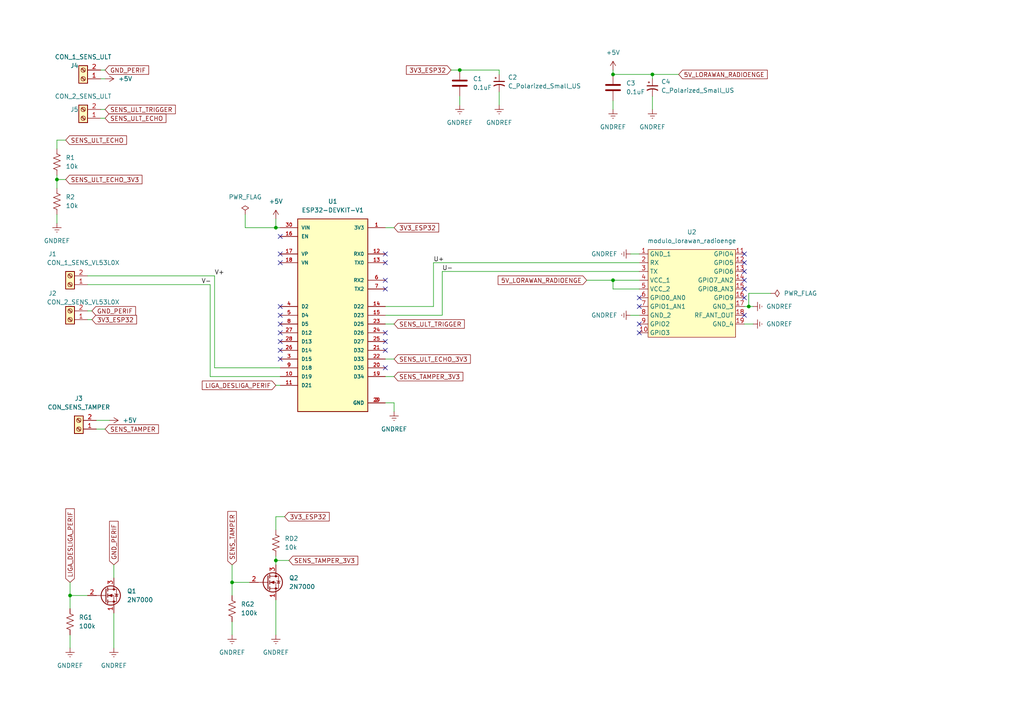
<source format=kicad_sch>
(kicad_sch (version 20211123) (generator eeschema)
  (paper "A4")
  (lib_symbols
    (symbol "Connector:Screw_Terminal_01x02" (pin_names (offset 1.016) hide)
      (property "Reference" "J" (at 0 2.54 0))
      (property "Value" "Screw_Terminal_01x02" (at 0 -5.08 0))
      (symbol "Screw_Terminal_01x02_1_1"
        (rectangle (start -1.27 1.27) (end 1.27 -3.81) (stroke (width 0.254)) (fill (type background)))
        (circle (center 0 -2.54) (radius 0.635) (stroke (width 0.1524)))
        (polyline (pts (xy -0.5334 -2.2098) (xy 0.3302 -3.048)) (stroke (width 0.1524)))
        (polyline (pts (xy -0.5334 0.3302) (xy 0.3302 -0.508)) (stroke (width 0.1524)))
        (polyline (pts (xy -0.3556 -2.032) (xy 0.508 -2.8702)) (stroke (width 0.1524)))
        (polyline (pts (xy -0.3556 0.508) (xy 0.508 -0.3302)) (stroke (width 0.1524)))
        (circle (center 0 0) (radius 0.635) (stroke (width 0.1524)))
        (pin passive line (at -5.08 0 0) (length 3.81) (name "Pin_1") (number "1"))
        (pin passive line (at -5.08 -2.54 0) (length 3.81) (name "Pin_2") (number "2"))
      )
    )
    (symbol "Device:C" (pin_numbers hide) (pin_names (offset 0.254))
      (property "Reference" "C" (at 0.635 2.54 0))
      (property "Value" "C" (at 0.635 -2.54 0))
      (symbol "C_0_1"
        (polyline (pts (xy -2.032 -0.762) (xy 2.032 -0.762)) (stroke (width 0.508)))
        (polyline (pts (xy -2.032 0.762) (xy 2.032 0.762)) (stroke (width 0.508)))
      )
      (symbol "C_1_1"
        (pin passive line (at 0 3.81 270) (length 2.794) (name "~") (number "1"))
        (pin passive line (at 0 -3.81 90) (length 2.794) (name "~") (number "2"))
      )
    )
    (symbol "Device:C_Polarized_Small_US" (pin_numbers hide) (pin_names (offset 0.254) hide)
      (property "Reference" "C" (at 0.254 1.778 0))
      (property "Value" "C_Polarized_Small_US" (at 0.254 -2.032 0))
      (symbol "C_Polarized_Small_US_0_1"
        (polyline (pts (xy -1.524 0.508) (xy 1.524 0.508)) (stroke (width 0.3048)))
        (polyline (pts (xy -1.27 1.524) (xy -0.762 1.524)))
        (polyline (pts (xy -1.016 1.27) (xy -1.016 1.778)))
        (arc (start 1.524 -0.762) (mid 0 -0.3734) (end -1.524 -0.762) (stroke (width 0.3048)))
      )
      (symbol "C_Polarized_Small_US_1_1"
        (pin passive line (at 0 2.54 270) (length 2.032) (name "~") (number "1"))
        (pin passive line (at 0 -2.54 90) (length 2.032) (name "~") (number "2"))
      )
    )
    (symbol "Device:R_US" (pin_numbers hide) (pin_names (offset 0))
      (property "Reference" "R" (at 2.54 0 90))
      (property "Value" "R_US" (at -2.54 0 90))
      (symbol "R_US_0_1"
        (polyline (pts (xy 0 -2.286) (xy 0 -2.54)))
        (polyline (pts (xy 0 2.286) (xy 0 2.54)))
        (polyline (pts (xy 0 -0.762) (xy 1.016 -1.143) (xy 0 -1.524) (xy -1.016 -1.905) (xy 0 -2.286)))
        (polyline (pts (xy 0 0.762) (xy 1.016 0.381) (xy 0 0) (xy -1.016 -0.381) (xy 0 -0.762)))
        (polyline (pts (xy 0 2.286) (xy 1.016 1.905) (xy 0 1.524) (xy -1.016 1.143) (xy 0 0.762)))
      )
      (symbol "R_US_1_1"
        (pin passive line (at 0 3.81 270) (length 1.27) (name "~") (number "1"))
        (pin passive line (at 0 -3.81 90) (length 1.27) (name "~") (number "2"))
      )
    )
    (symbol "ESP32-DEVKIT-V1:ESP32-DEVKIT-V1" (pin_names (offset 1.016))
      (property "Reference" "U" (at -10.16 30.48 0))
      (property "Value" "ESP32-DEVKIT-V1" (at -10.16 -30.48 0))
      (symbol "ESP32-DEVKIT-V1_0_0"
        (rectangle (start -10.16 -27.94) (end 10.16 27.94) (stroke (width 0.254)) (fill (type background)))
        (pin output line (at 15.24 25.4 180) (length 5.08) (name "3V3") (number "1"))
        (pin bidirectional line (at -15.24 -17.78 0) (length 5.08) (name "D19") (number "10"))
        (pin bidirectional line (at -15.24 -20.32 0) (length 5.08) (name "D21") (number "11"))
        (pin input line (at 15.24 17.78 180) (length 5.08) (name "RX0") (number "12"))
        (pin output line (at 15.24 15.24 180) (length 5.08) (name "TX0") (number "13"))
        (pin bidirectional line (at 15.24 2.54 180) (length 5.08) (name "D22") (number "14"))
        (pin bidirectional line (at 15.24 0 180) (length 5.08) (name "D23") (number "15"))
        (pin input line (at -15.24 22.86 0) (length 5.08) (name "EN") (number "16"))
        (pin bidirectional line (at -15.24 17.78 0) (length 5.08) (name "VP") (number "17"))
        (pin bidirectional line (at -15.24 15.24 0) (length 5.08) (name "VN") (number "18"))
        (pin bidirectional line (at 15.24 -17.78 180) (length 5.08) (name "D34") (number "19"))
        (pin power_in line (at 15.24 -25.4 180) (length 5.08) (name "GND") (number "2"))
        (pin bidirectional line (at 15.24 -15.24 180) (length 5.08) (name "D35") (number "20"))
        (pin bidirectional line (at 15.24 -10.16 180) (length 5.08) (name "D32") (number "21"))
        (pin bidirectional line (at 15.24 -12.7 180) (length 5.08) (name "D33") (number "22"))
        (pin bidirectional line (at 15.24 -2.54 180) (length 5.08) (name "D25") (number "23"))
        (pin bidirectional line (at 15.24 -5.08 180) (length 5.08) (name "D26") (number "24"))
        (pin bidirectional line (at 15.24 -7.62 180) (length 5.08) (name "D27") (number "25"))
        (pin bidirectional line (at -15.24 -10.16 0) (length 5.08) (name "D14") (number "26"))
        (pin bidirectional line (at -15.24 -5.08 0) (length 5.08) (name "D12") (number "27"))
        (pin bidirectional line (at -15.24 -7.62 0) (length 5.08) (name "D13") (number "28"))
        (pin power_in line (at 15.24 -25.4 180) (length 5.08) (name "GND") (number "29"))
        (pin bidirectional line (at -15.24 -12.7 0) (length 5.08) (name "D15") (number "3"))
        (pin input line (at -15.24 25.4 0) (length 5.08) (name "VIN") (number "30"))
        (pin bidirectional line (at -15.24 2.54 0) (length 5.08) (name "D2") (number "4"))
        (pin bidirectional line (at -15.24 0 0) (length 5.08) (name "D4") (number "5"))
        (pin input line (at 15.24 10.16 180) (length 5.08) (name "RX2") (number "6"))
        (pin output line (at 15.24 7.62 180) (length 5.08) (name "TX2") (number "7"))
        (pin bidirectional line (at -15.24 -2.54 0) (length 5.08) (name "D5") (number "8"))
        (pin bidirectional line (at -15.24 -15.24 0) (length 5.08) (name "D18") (number "9"))
      )
    )
    (symbol "Transistor_FET:2N7000" (pin_names hide)
      (property "Reference" "Q" (at 5.08 1.905 0))
      (property "Value" "2N7000" (at 5.08 0 0))
      (symbol "2N7000_0_1"
        (polyline (pts (xy 0.254 0) (xy -2.54 0)))
        (polyline (pts (xy 0.254 1.905) (xy 0.254 -1.905)) (stroke (width 0.254)))
        (polyline (pts (xy 0.762 -1.27) (xy 0.762 -2.286)) (stroke (width 0.254)))
        (polyline (pts (xy 0.762 0.508) (xy 0.762 -0.508)) (stroke (width 0.254)))
        (polyline (pts (xy 0.762 2.286) (xy 0.762 1.27)) (stroke (width 0.254)))
        (polyline (pts (xy 2.54 2.54) (xy 2.54 1.778)))
        (polyline (pts (xy 2.54 -2.54) (xy 2.54 0) (xy 0.762 0)))
        (polyline (pts (xy 0.762 -1.778) (xy 3.302 -1.778) (xy 3.302 1.778) (xy 0.762 1.778)))
        (polyline (pts (xy 1.016 0) (xy 2.032 0.381) (xy 2.032 -0.381) (xy 1.016 0)) (fill (type outline)))
        (polyline (pts (xy 2.794 0.508) (xy 2.921 0.381) (xy 3.683 0.381) (xy 3.81 0.254)))
        (polyline (pts (xy 3.302 0.381) (xy 2.921 -0.254) (xy 3.683 -0.254) (xy 3.302 0.381)))
        (circle (center 1.651 0) (radius 2.794) (stroke (width 0.254)))
        (circle (center 2.54 -1.778) (radius 0.254) (fill (type outline)))
        (circle (center 2.54 1.778) (radius 0.254) (fill (type outline)))
      )
      (symbol "2N7000_1_1"
        (pin passive line (at 2.54 -5.08 90) (length 2.54) (name "S") (number "1"))
        (pin input line (at -5.08 0 0) (length 2.54) (name "G") (number "2"))
        (pin passive line (at 2.54 5.08 270) (length 2.54) (name "D") (number "3"))
      )
    )
    (symbol "lorawan_radioenge:modulo_lorawan_radioenge"
      (property "Reference" "U" (at 0 0 0))
      (property "Value" "modulo_lorawan_radioenge" (at 0 2.54 0))
      (symbol "modulo_lorawan_radioenge_0_1"
        (rectangle (start -7.62 -2.54) (end 17.78 -27.94) (fill (type background)))
      )
      (symbol "modulo_lorawan_radioenge_1_1"
        (pin power_in line (at -10.16 -3.81 0) (length 2.54) (name "GND_1") (number "1"))
        (pin bidirectional line (at -10.16 -26.67 0) (length 2.54) (name "GPIO3") (number "10"))
        (pin bidirectional line (at 20.32 -3.81 180) (length 2.54) (name "GPIO4") (number "11"))
        (pin bidirectional line (at 20.32 -6.35 180) (length 2.54) (name "GPIO5") (number "12"))
        (pin bidirectional line (at 20.32 -8.89 180) (length 2.54) (name "GPIO6") (number "13"))
        (pin bidirectional line (at 20.32 -11.43 180) (length 2.54) (name "GPIO7_AN2") (number "14"))
        (pin bidirectional line (at 20.32 -13.97 180) (length 2.54) (name "GPIO8_AN3") (number "15"))
        (pin bidirectional line (at 20.32 -16.51 180) (length 2.54) (name "GPIO9") (number "16"))
        (pin power_in line (at 20.32 -19.05 180) (length 2.54) (name "GND_3") (number "17"))
        (pin output line (at 20.32 -21.59 180) (length 2.54) (name "RF_ANT_OUT") (number "18"))
        (pin power_in line (at 20.32 -24.13 180) (length 2.54) (name "GND_4") (number "19"))
        (pin input line (at -10.16 -6.35 0) (length 2.54) (name "RX") (number "2"))
        (pin input line (at -10.16 -8.89 0) (length 2.54) (name "TX") (number "3"))
        (pin power_in line (at -10.16 -11.43 0) (length 2.54) (name "VCC_1") (number "4"))
        (pin power_in line (at -10.16 -13.97 0) (length 2.54) (name "VCC_2") (number "5"))
        (pin bidirectional line (at -10.16 -16.51 0) (length 2.54) (name "GPIO0_AN0") (number "6"))
        (pin bidirectional line (at -10.16 -19.05 0) (length 2.54) (name "GPIO1_AN1") (number "7"))
        (pin power_in line (at -10.16 -21.59 0) (length 2.54) (name "GND_2") (number "8"))
        (pin bidirectional line (at -10.16 -24.13 0) (length 2.54) (name "GPIO2") (number "9"))
      )
    )
    (symbol "power:+5V" (power) (pin_names (offset 0))
      (property "Value" "+5V" (at 0 3.556 0))
      (symbol "+5V_0_1"
        (polyline (pts (xy -0.762 1.27) (xy 0 2.54)))
        (polyline (pts (xy 0 0) (xy 0 2.54)))
        (polyline (pts (xy 0 2.54) (xy 0.762 1.27)))
      )
      (symbol "+5V_1_1"
        (pin power_in line (at 0 0 90) (length 0) hide (name "+5V") (number "1"))
      )
    )
    (symbol "power:GNDREF" (power) (pin_names (offset 0))
      (property "Value" "GNDREF" (at 0 -3.81 0))
      (symbol "GNDREF_0_1"
        (polyline (pts (xy -0.635 -1.905) (xy 0.635 -1.905)))
        (polyline (pts (xy -0.127 -2.54) (xy 0.127 -2.54)))
        (polyline (pts (xy 0 -1.27) (xy 0 0)))
        (polyline (pts (xy 1.27 -1.27) (xy -1.27 -1.27)))
      )
      (symbol "GNDREF_1_1"
        (pin power_in line (at 0 0 270) (length 0) hide (name "GNDREF") (number "1"))
      )
    )
    (symbol "power:PWR_FLAG" (power) (pin_numbers hide) (pin_names (offset 0) hide)
      (property "Value" "PWR_FLAG" (at 0 3.81 0))
      (symbol "PWR_FLAG_0_0"
        (pin power_out line (at 0 0 90) (length 0) (name "pwr") (number "1"))
      )
      (symbol "PWR_FLAG_0_1"
        (polyline (pts (xy 0 0) (xy 0 1.27) (xy -1.016 1.905) (xy 0 2.54) (xy 1.016 1.905) (xy 0 1.27)))
      )
    )
  )
  (junction (at 80.01 66.04))
  (junction (at 217.17 88.9))
  (junction (at 80.01 162.56))
  (junction (at 189.23 21.59))
  (junction (at 133.35 20.32))
  (junction (at 177.8 81.28))
  (junction (at 20.32 172.72))
  (junction (at 177.8 21.59))
  (junction (at 16.51 52.07))
  (junction (at 67.31 168.91))
  (no_connect (at 111.76 99.06))
  (no_connect (at 81.28 93.98))
  (no_connect (at 81.28 96.52))
  (no_connect (at 81.28 99.06))
  (no_connect (at 81.28 101.6))
  (no_connect (at 81.28 104.14))
  (no_connect (at 81.28 68.58))
  (no_connect (at 81.28 76.2))
  (no_connect (at 81.28 88.9))
  (no_connect (at 81.28 91.44))
  (no_connect (at 111.76 73.66))
  (no_connect (at 111.76 76.2))
  (no_connect (at 111.76 81.28))
  (no_connect (at 111.76 83.82))
  (no_connect (at 111.76 106.68))
  (no_connect (at 81.28 73.66))
  (no_connect (at 185.42 86.36))
  (no_connect (at 185.42 96.52))
  (no_connect (at 185.42 88.9))
  (no_connect (at 185.42 93.98))
  (no_connect (at 215.9 86.36))
  (no_connect (at 215.9 81.28))
  (no_connect (at 215.9 73.66))
  (no_connect (at 215.9 83.82))
  (no_connect (at 215.9 76.2))
  (no_connect (at 215.9 78.74))
  (no_connect (at 215.9 91.44))
  (no_connect (at 111.76 101.6))
  (no_connect (at 111.76 96.52))
  (wire (pts (xy 125.73 88.9) (xy 111.76 88.9)))
  (wire (pts (xy 111.76 116.84) (xy 114.3 116.84)))
  (wire (pts (xy 215.9 93.98) (xy 218.44 93.98)))
  (wire (pts (xy 128.27 78.74) (xy 128.27 91.44)))
  (wire (pts (xy 80.01 173.99) (xy 80.01 184.15)))
  (wire (pts (xy 177.8 81.28) (xy 185.42 81.28)))
  (wire (pts (xy 114.3 116.84) (xy 114.3 119.38)))
  (wire (pts (xy 33.02 177.8) (xy 33.02 187.96)))
  (wire (pts (xy 67.31 172.72) (xy 67.31 168.91)))
  (wire (pts (xy 62.23 106.68) (xy 62.23 80.01)))
  (wire (pts (xy 177.8 20.32) (xy 177.8 21.59)))
  (wire (pts (xy 16.51 62.23) (xy 16.51 64.77)))
  (wire (pts (xy 29.21 34.29) (xy 30.48 34.29)))
  (wire (pts (xy 185.42 76.2) (xy 125.73 76.2)))
  (wire (pts (xy 133.35 27.94) (xy 133.35 30.48)))
  (wire (pts (xy 80.01 149.86) (xy 80.01 153.67)))
  (wire (pts (xy 189.23 27.94) (xy 189.23 31.75)))
  (wire (pts (xy 29.21 20.32) (xy 30.48 20.32)))
  (wire (pts (xy 185.42 83.82) (xy 177.8 83.82)))
  (wire (pts (xy 71.12 66.04) (xy 80.01 66.04)))
  (wire (pts (xy 16.51 43.18) (xy 16.51 40.64)))
  (wire (pts (xy 111.76 93.98) (xy 114.3 93.98)))
  (wire (pts (xy 81.28 106.68) (xy 62.23 106.68)))
  (wire (pts (xy 128.27 91.44) (xy 111.76 91.44)))
  (wire (pts (xy 67.31 168.91) (xy 72.39 168.91)))
  (wire (pts (xy 144.78 21.59) (xy 144.78 20.32)))
  (wire (pts (xy 217.17 88.9) (xy 218.44 88.9)))
  (wire (pts (xy 80.01 161.29) (xy 80.01 162.56)))
  (wire (pts (xy 16.51 40.64) (xy 19.05 40.64)))
  (wire (pts (xy 189.23 21.59) (xy 177.8 21.59)))
  (wire (pts (xy 16.51 52.07) (xy 19.05 52.07)))
  (wire (pts (xy 25.4 92.71) (xy 26.67 92.71)))
  (wire (pts (xy 67.31 180.34) (xy 67.31 184.15)))
  (wire (pts (xy 189.23 21.59) (xy 196.85 21.59)))
  (wire (pts (xy 223.52 85.09) (xy 217.17 85.09)))
  (wire (pts (xy 217.17 85.09) (xy 217.17 88.9)))
  (wire (pts (xy 125.73 76.2) (xy 125.73 88.9)))
  (wire (pts (xy 67.31 163.83) (xy 67.31 168.91)))
  (wire (pts (xy 33.02 163.83) (xy 33.02 167.64)))
  (wire (pts (xy 20.32 176.53) (xy 20.32 172.72)))
  (wire (pts (xy 60.96 82.55) (xy 60.96 109.22)))
  (wire (pts (xy 27.94 121.92) (xy 31.75 121.92)))
  (wire (pts (xy 25.4 90.17) (xy 26.67 90.17)))
  (wire (pts (xy 80.01 66.04) (xy 81.28 66.04)))
  (wire (pts (xy 16.51 52.07) (xy 16.51 54.61)))
  (wire (pts (xy 170.18 81.28) (xy 177.8 81.28)))
  (wire (pts (xy 80.01 162.56) (xy 83.82 162.56)))
  (wire (pts (xy 20.32 184.15) (xy 20.32 187.96)))
  (wire (pts (xy 185.42 78.74) (xy 128.27 78.74)))
  (wire (pts (xy 80.01 162.56) (xy 80.01 163.83)))
  (wire (pts (xy 82.55 149.86) (xy 80.01 149.86)))
  (wire (pts (xy 189.23 22.86) (xy 189.23 21.59)))
  (wire (pts (xy 80.01 111.76) (xy 81.28 111.76)))
  (wire (pts (xy 130.81 20.32) (xy 133.35 20.32)))
  (wire (pts (xy 60.96 109.22) (xy 81.28 109.22)))
  (wire (pts (xy 177.8 29.21) (xy 177.8 31.75)))
  (wire (pts (xy 80.01 63.5) (xy 80.01 66.04)))
  (wire (pts (xy 25.4 82.55) (xy 60.96 82.55)))
  (wire (pts (xy 71.12 62.23) (xy 71.12 66.04)))
  (wire (pts (xy 177.8 83.82) (xy 177.8 81.28)))
  (wire (pts (xy 215.9 88.9) (xy 217.17 88.9)))
  (wire (pts (xy 182.88 73.66) (xy 185.42 73.66)))
  (wire (pts (xy 29.21 31.75) (xy 30.48 31.75)))
  (wire (pts (xy 144.78 26.67) (xy 144.78 30.48)))
  (wire (pts (xy 20.32 168.91) (xy 20.32 172.72)))
  (wire (pts (xy 111.76 66.04) (xy 114.3 66.04)))
  (wire (pts (xy 182.88 91.44) (xy 185.42 91.44)))
  (wire (pts (xy 29.21 22.86) (xy 30.48 22.86)))
  (wire (pts (xy 25.4 80.01) (xy 62.23 80.01)))
  (wire (pts (xy 111.76 104.14) (xy 114.3 104.14)))
  (wire (pts (xy 144.78 20.32) (xy 133.35 20.32)))
  (wire (pts (xy 27.94 124.46) (xy 30.48 124.46)))
  (wire (pts (xy 111.76 109.22) (xy 114.3 109.22)))
  (wire (pts (xy 20.32 172.72) (xy 25.4 172.72)))
  (wire (pts (xy 16.51 50.8) (xy 16.51 52.07)))
  (label "V+" (at 62.23 80.01 0))
  (label "U+" (at 125.73 76.2 0))
  (label "U-" (at 128.27 78.74 0))
  (label "V-" (at 58.42 82.55 0))
  (global_label "SENS_TAMPER" (shape input) (at 67.31 163.83 90) (property "Intersheet References" "${INTERSHEET_REFS}" (effects hide)))
  (global_label "GND_PERIF" (shape input) (at 26.67 90.17 0) (property "Intersheet References" "${INTERSHEET_REFS}" (effects hide)))
  (global_label "GND_PERIF" (shape input) (at 33.02 163.83 90) (property "Intersheet References" "${INTERSHEET_REFS}" (effects hide)))
  (global_label "5V_LORAWAN_RADIOENGE" (shape input) (at 170.18 81.28 180) (property "Intersheet References" "${INTERSHEET_REFS}" (effects hide)))
  (global_label "SENS_ULT_ECHO" (shape input) (at 19.05 40.64 0) (property "Intersheet References" "${INTERSHEET_REFS}" (effects hide)))
  (global_label "SENS_TAMPER_3V3" (shape input) (at 114.3 109.22 0) (property "Intersheet References" "${INTERSHEET_REFS}" (effects hide)))
  (global_label "5V_LORAWAN_RADIOENGE" (shape input) (at 196.85 21.59 0) (property "Intersheet References" "${INTERSHEET_REFS}" (effects hide)))
  (global_label "SENS_ULT_TRIGGER" (shape input) (at 30.48 31.75 0) (property "Intersheet References" "${INTERSHEET_REFS}" (effects hide)))
  (global_label "LIGA_DESLIGA_PERIF" (shape input) (at 20.32 168.91 90) (property "Intersheet References" "${INTERSHEET_REFS}" (effects hide)))
  (global_label "SENS_TAMPER" (shape input) (at 30.48 124.46 0) (property "Intersheet References" "${INTERSHEET_REFS}" (effects hide)))
  (global_label "GND_PERIF" (shape input) (at 30.48 20.32 0) (property "Intersheet References" "${INTERSHEET_REFS}" (effects hide)))
  (global_label "SENS_ULT_TRIGGER" (shape input) (at 114.3 93.98 0) (property "Intersheet References" "${INTERSHEET_REFS}" (effects hide)))
  (global_label "3V3_ESP32" (shape input) (at 82.55 149.86 0) (property "Intersheet References" "${INTERSHEET_REFS}" (effects hide)))
  (global_label "3V3_ESP32" (shape input) (at 26.67 92.71 0) (property "Intersheet References" "${INTERSHEET_REFS}" (effects hide)))
  (global_label "LIGA_DESLIGA_PERIF" (shape input) (at 80.01 111.76 180) (property "Intersheet References" "${INTERSHEET_REFS}" (effects hide)))
  (global_label "3V3_ESP32" (shape input) (at 130.81 20.32 180) (property "Intersheet References" "${INTERSHEET_REFS}" (effects hide)))
  (global_label "SENS_ULT_ECHO_3V3" (shape input) (at 19.05 52.07 0) (property "Intersheet References" "${INTERSHEET_REFS}" (effects hide)))
  (global_label "SENS_TAMPER_3V3" (shape input) (at 83.82 162.56 0) (property "Intersheet References" "${INTERSHEET_REFS}" (effects hide)))
  (global_label "SENS_ULT_ECHO_3V3" (shape input) (at 114.3 104.14 0) (property "Intersheet References" "${INTERSHEET_REFS}" (effects hide)))
  (global_label "3V3_ESP32" (shape input) (at 114.3 66.04 0) (property "Intersheet References" "${INTERSHEET_REFS}" (effects hide)))
  (global_label "SENS_ULT_ECHO" (shape input) (at 30.48 34.29 0) (property "Intersheet References" "${INTERSHEET_REFS}" (effects hide)))
  (symbol (lib_id "Connector:Screw_Terminal_01x02") (at 20.32 92.71 180) (unit 1)
    (property "Reference" "J2" (at 15.24 85.09 0))
    (property "Value" "CON_2_SENS_VL53L0X" (at 24.13 87.63 0))
    (property "Footprint" "Connector_Phoenix_MC_HighVoltage:PhoenixContact_MCV_1,5_2-G-5.08_1x02_P5.08mm_Vertical" (effects hide))
  )
  (symbol (lib_id "power:PWR_FLAG") (at 71.12 62.23 0) (unit 1)
    (property "Reference" "#FLG01" (effects hide))
    (property "Value" "PWR_FLAG" (at 71.12 57.15 0))
  )
  (symbol (lib_id "power:GNDREF") (at 218.44 88.9 90) (unit 1)
    (property "Reference" "#PWR021" (effects hide))
    (property "Value" "GNDREF" (at 222.25 88.8999 90) (effects (justify right)))
  )
  (symbol (lib_id "Device:C") (at 133.35 24.13 0) (unit 1)
    (property "Reference" "C1" (at 137.16 22.8599 0) (effects (justify left)))
    (property "Value" "0.1uF" (at 137.16 25.3999 0) (effects (justify left)))
    (property "Footprint" "Capacitor_THT:C_Disc_D6.0mm_W2.5mm_P5.00mm" (effects hide))
  )
  (symbol (lib_id "Connector:Screw_Terminal_01x02") (at 22.86 124.46 180) (unit 1)
    (property "Reference" "J3" (at 22.86 115.57 0))
    (property "Value" "CON_SENS_TAMPER" (at 22.86 118.11 0))
    (property "Footprint" "Connector_Phoenix_MC_HighVoltage:PhoenixContact_MCV_1,5_2-G-5.08_1x02_P5.08mm_Vertical" (effects hide))
  )
  (symbol (lib_id "Transistor_FET:2N7000") (at 30.48 172.72 0) (unit 1)
    (property "Reference" "Q1" (at 36.83 171.4499 0) (effects (justify left)))
    (property "Value" "2N7000" (at 36.83 173.9899 0) (effects (justify left)))
    (property "Footprint" "Package_TO_SOT_THT:TO-92_Inline" (effects hide))
    (property "Datasheet" "https://www.vishay.com/docs/70226/70226.pdf" (effects hide))
  )
  (symbol (lib_id "power:GNDREF") (at 189.23 31.75 0) (unit 1)
    (property "Reference" "#PWR024" (effects hide))
    (property "Value" "GNDREF" (at 185.42 36.83 0) (effects (justify left)))
  )
  (symbol (lib_id "power:GNDREF") (at 133.35 30.48 0) (unit 1)
    (property "Reference" "#PWR012" (effects hide))
    (property "Value" "GNDREF" (at 129.54 35.56 0) (effects (justify left)))
  )
  (symbol (lib_id "Connector:Screw_Terminal_01x02") (at 24.13 22.86 180) (unit 1)
    (property "Reference" "J4" (at 21.59 19.05 0))
    (property "Value" "CON_1_SENS_ULT" (at 24.13 16.51 0))
    (property "Footprint" "Connector_Phoenix_MC_HighVoltage:PhoenixContact_MCV_1,5_2-G-5.08_1x02_P5.08mm_Vertical" (effects hide))
  )
  (symbol (lib_id "power:GNDREF") (at 177.8 31.75 0) (unit 1)
    (property "Reference" "#PWR020" (effects hide))
    (property "Value" "GNDREF" (at 173.99 36.83 0) (effects (justify left)))
  )
  (symbol (lib_id "power:GNDREF") (at 182.88 91.44 270) (unit 1)
    (property "Reference" "#PWR018" (effects hide))
    (property "Value" "GNDREF" (at 179.07 91.4399 90) (effects (justify right)))
  )
  (symbol (lib_id "Device:R_US") (at 20.32 180.34 0) (unit 1)
    (property "Reference" "RG1" (at 22.86 179.0699 0) (effects (justify left)))
    (property "Value" "100k" (at 22.86 181.6099 0) (effects (justify left)))
    (property "Footprint" "Resistor_THT:R_Axial_DIN0204_L3.6mm_D1.6mm_P7.62mm_Horizontal" (effects hide))
  )
  (symbol (lib_id "power:GNDREF") (at 80.01 184.15 0) (unit 1)
    (property "Reference" "#PWR025" (effects hide))
    (property "Value" "GNDREF" (at 80.01 189.23 0))
  )
  (symbol (lib_id "power:+5V") (at 30.48 22.86 270) (unit 1)
    (property "Reference" "#PWR03" (effects hide))
    (property "Value" "+5V" (at 34.29 22.8599 90) (effects (justify left)))
  )
  (symbol (lib_id "Connector:Screw_Terminal_01x02") (at 20.32 82.55 180) (unit 1)
    (property "Reference" "J1" (at 15.24 73.66 0))
    (property "Value" "CON_1_SENS_VL53L0X" (at 24.13 76.2 0))
    (property "Footprint" "Connector_Phoenix_MC_HighVoltage:PhoenixContact_MCV_1,5_2-G-5.08_1x02_P5.08mm_Vertical" (effects hide))
  )
  (symbol (lib_id "power:GNDREF") (at 67.31 184.15 0) (unit 1)
    (property "Reference" "#PWR023" (effects hide))
    (property "Value" "GNDREF" (at 67.31 189.23 0))
  )
  (symbol (lib_id "Device:C") (at 177.8 25.4 0) (unit 1)
    (property "Reference" "C3" (at 181.61 24.1299 0) (effects (justify left)))
    (property "Value" "0.1uF" (at 181.61 26.6699 0) (effects (justify left)))
    (property "Footprint" "Capacitor_THT:C_Disc_D6.0mm_W2.5mm_P5.00mm" (effects hide))
  )
  (symbol (lib_id "Device:R_US") (at 16.51 58.42 0) (unit 1)
    (property "Reference" "R2" (at 19.05 57.1499 0) (effects (justify left)))
    (property "Value" "10k" (at 19.05 59.6899 0) (effects (justify left)))
    (property "Footprint" "Resistor_THT:R_Axial_DIN0204_L3.6mm_D1.6mm_P7.62mm_Horizontal" (effects hide))
  )
  (symbol (lib_id "Device:C_Polarized_Small_US") (at 144.78 24.13 0) (unit 1)
    (property "Reference" "C2" (at 147.32 22.4281 0) (effects (justify left)))
    (property "Value" "C_Polarized_Small_US" (at 147.32 24.9681 0) (effects (justify left)))
    (property "Footprint" "Capacitor_THT:CP_Radial_Tantal_D4.5mm_P5.00mm" (effects hide))
  )
  (symbol (lib_id "ESP32-DEVKIT-V1:ESP32-DEVKIT-V1") (at 96.52 91.44 0) (unit 1)
    (property "Reference" "U1" (at 96.52 58.42 0))
    (property "Value" "ESP32-DEVKIT-V1" (at 96.52 60.96 0))
    (property "Footprint" "ESP32_doit_v1:MODULE_ESP32_DEVKIT_V1" (effects hide))
    (property "MANUFACTURER" "DOIT" (effects hide))
    (property "PARTREV" "N/A" (effects hide))
    (property "STANDARD" "Manufacturer Recommendations" (effects hide))
    (property "MAXIMUM_PACKAGE_HEIGHT" "6.8 mm" (effects hide))
  )
  (symbol (lib_id "power:GNDREF") (at 114.3 119.38 0) (unit 1)
    (property "Reference" "#PWR011" (effects hide))
    (property "Value" "GNDREF" (at 114.3 124.46 0))
  )
  (symbol (lib_id "power:GNDREF") (at 218.44 93.98 90) (unit 1)
    (property "Reference" "#PWR022" (effects hide))
    (property "Value" "GNDREF" (at 222.25 93.9799 90) (effects (justify right)))
  )
  (symbol (lib_id "power:GNDREF") (at 144.78 30.48 0) (unit 1)
    (property "Reference" "#PWR013" (effects hide))
    (property "Value" "GNDREF" (at 140.97 35.56 0) (effects (justify left)))
  )
  (symbol (lib_id "power:GNDREF") (at 16.51 64.77 0) (unit 1)
    (property "Reference" "#PWR02" (effects hide))
    (property "Value" "GNDREF" (at 16.51 69.85 0))
  )
  (symbol (lib_id "power:+5V") (at 177.8 20.32 0) (unit 1)
    (property "Reference" "#PWR019" (effects hide))
    (property "Value" "+5V" (at 177.8 15.24 0))
  )
  (symbol (lib_id "power:GNDREF") (at 182.88 73.66 270) (unit 1)
    (property "Reference" "#PWR017" (effects hide))
    (property "Value" "GNDREF" (at 179.07 73.6599 90) (effects (justify right)))
  )
  (symbol (lib_id "power:+5V") (at 31.75 121.92 270) (unit 1)
    (property "Reference" "#PWR04" (effects hide))
    (property "Value" "+5V" (at 35.56 121.9199 90) (effects (justify left)))
  )
  (symbol (lib_id "Transistor_FET:2N7000") (at 77.47 168.91 0) (unit 1)
    (property "Reference" "Q2" (at 83.82 167.6399 0) (effects (justify left)))
    (property "Value" "2N7000" (at 83.82 170.1799 0) (effects (justify left)))
    (property "Footprint" "Package_TO_SOT_THT:TO-92_Inline" (effects hide))
    (property "Datasheet" "https://www.vishay.com/docs/70226/70226.pdf" (effects hide))
  )
  (symbol (lib_id "Device:R_US") (at 80.01 157.48 0) (unit 1)
    (property "Reference" "RD2" (at 82.55 156.2099 0) (effects (justify left)))
    (property "Value" "10k" (at 82.55 158.7499 0) (effects (justify left)))
    (property "Footprint" "Resistor_THT:R_Axial_DIN0204_L3.6mm_D1.6mm_P7.62mm_Horizontal" (effects hide))
  )
  (symbol (lib_id "power:GNDREF") (at 33.02 187.96 0) (unit 1)
    (property "Reference" "#PWR05" (effects hide))
    (property "Value" "GNDREF" (at 33.02 193.04 0))
  )
  (symbol (lib_id "Device:R_US") (at 67.31 176.53 0) (unit 1)
    (property "Reference" "RG2" (at 69.85 175.2599 0) (effects (justify left)))
    (property "Value" "100k" (at 69.85 177.7999 0) (effects (justify left)))
    (property "Footprint" "Resistor_THT:R_Axial_DIN0204_L3.6mm_D1.6mm_P7.62mm_Horizontal" (effects hide))
  )
  (symbol (lib_id "power:PWR_FLAG") (at 223.52 85.09 270) (unit 1)
    (property "Reference" "#FLG02" (effects hide))
    (property "Value" "PWR_FLAG" (at 227.33 85.0899 90) (effects (justify left)))
  )
  (symbol (lib_id "Device:C_Polarized_Small_US") (at 189.23 25.4 0) (unit 1)
    (property "Reference" "C4" (at 191.77 23.6981 0) (effects (justify left)))
    (property "Value" "C_Polarized_Small_US" (at 191.77 26.2381 0) (effects (justify left)))
    (property "Footprint" "Capacitor_THT:CP_Radial_Tantal_D4.5mm_P5.00mm" (effects hide))
  )
  (symbol (lib_id "lorawan_radioenge:modulo_lorawan_radioenge") (at 195.58 69.85 0) (unit 1)
    (property "Reference" "U2" (at 200.66 67.31 0))
    (property "Value" "modulo_lorawan_radioenge" (at 200.66 69.85 0))
    (property "Footprint" "mod_lorawan_radioenge:mod_lorawan_radioenge" (effects hide))
  )
  (symbol (lib_id "Connector:Screw_Terminal_01x02") (at 24.13 34.29 180) (unit 1)
    (property "Reference" "J5" (at 21.59 31.75 0))
    (property "Value" "CON_2_SENS_ULT" (at 24.13 27.94 0))
    (property "Footprint" "Connector_Phoenix_MC_HighVoltage:PhoenixContact_MCV_1,5_2-G-5.08_1x02_P5.08mm_Vertical" (effects hide))
  )
  (symbol (lib_id "power:GNDREF") (at 20.32 187.96 0) (unit 1)
    (property "Reference" "#PWR01" (effects hide))
    (property "Value" "GNDREF" (at 20.32 193.04 0))
  )
  (symbol (lib_id "power:+5V") (at 80.01 63.5 0) (unit 1)
    (property "Reference" "#PWR08" (effects hide))
    (property "Value" "+5V" (at 80.01 58.42 0))
  )
  (symbol (lib_id "Device:R_US") (at 16.51 46.99 0) (unit 1)
    (property "Reference" "R1" (at 19.05 45.7199 0) (effects (justify left)))
    (property "Value" "10k" (at 19.05 48.2599 0) (effects (justify left)))
    (property "Footprint" "Resistor_THT:R_Axial_DIN0204_L3.6mm_D1.6mm_P7.62mm_Horizontal" (effects hide))
  )
)
</source>
